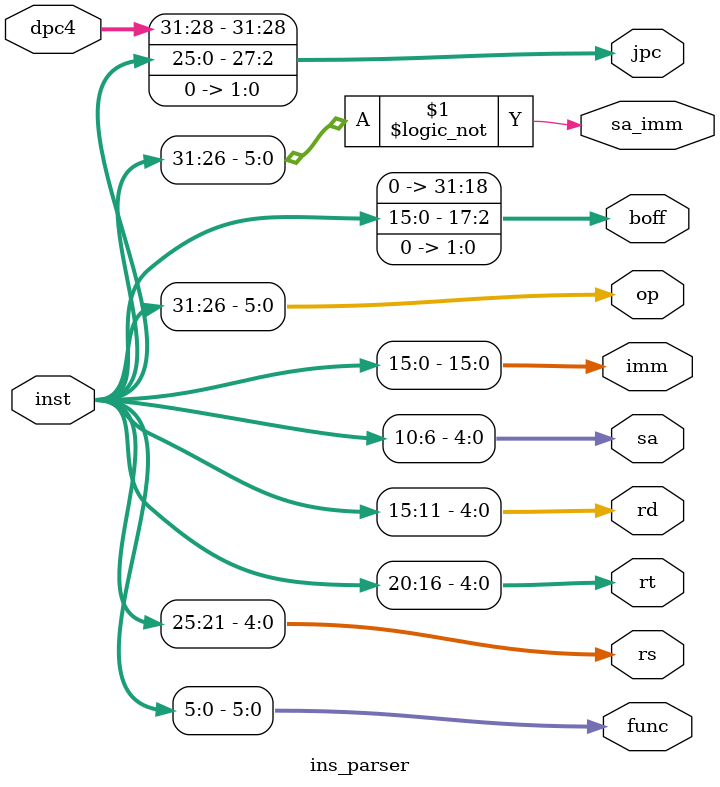
<source format=v>
module ins_parser(inst,dpc4,op,func,rs,rt,rd,sa,imm,sa_imm,jpc,boff);
	input [31:0] inst,dpc4;
	output [5:0] op;
	output [5:0] func;
	output [4:0] rs,rt,rd,sa;
	output [15:0] imm;
	output       sa_imm;
	output [31:0] jpc,boff;
	
	assign op = inst[31:26];
	assign func = inst[5:0];
	assign rs = inst[25:21];
	assign rt = inst[20:16];
	assign rd = inst[15:11];
	assign sa = inst[10:6];
	assign imm = inst[15:0];
	assign sa_imm = (op==6'b000000);
	assign jpc = {dpc4[31:28],inst[25:0],2'b00};
	assign boff = {14'b0,imm,2'b0};
	
endmodule

</source>
